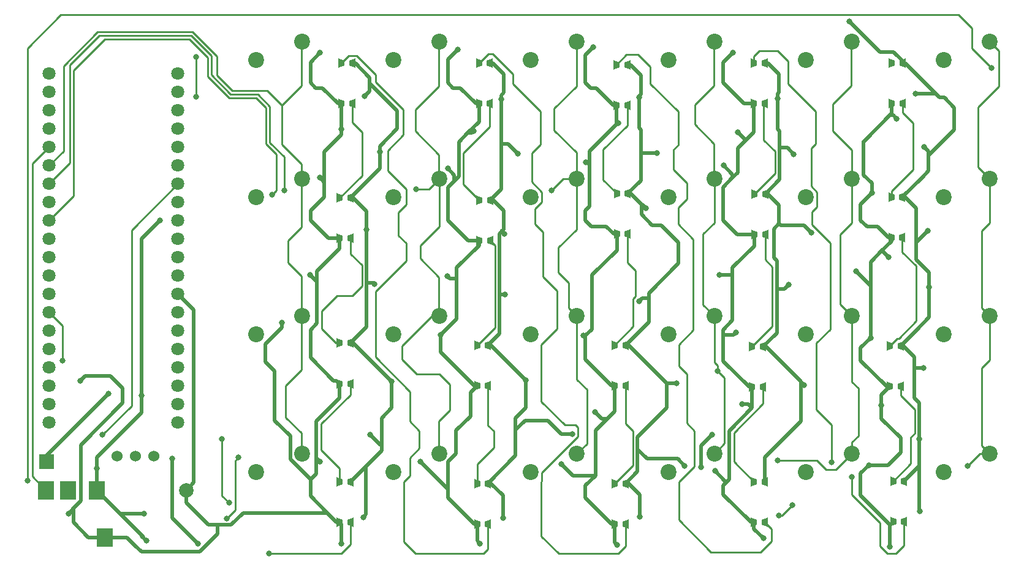
<source format=gtl>
G04 #@! TF.GenerationSoftware,KiCad,Pcbnew,(6.0.2)*
G04 #@! TF.CreationDate,2022-03-10T07:57:25+09:00*
G04 #@! TF.ProjectId,kidoairaku,6b69646f-6169-4726-916b-752e6b696361,rev?*
G04 #@! TF.SameCoordinates,Original*
G04 #@! TF.FileFunction,Copper,L1,Top*
G04 #@! TF.FilePolarity,Positive*
%FSLAX46Y46*%
G04 Gerber Fmt 4.6, Leading zero omitted, Abs format (unit mm)*
G04 Created by KiCad (PCBNEW (6.0.2)) date 2022-03-10 07:57:25*
%MOMM*%
%LPD*%
G01*
G04 APERTURE LIST*
G04 Aperture macros list*
%AMOutline4P*
0 Free polygon, 4 corners , with rotation*
0 The origin of the aperture is its center*
0 number of corners: always 4*
0 $1 to $8 corner X, Y*
0 $9 Rotation angle, in degrees counterclockwise*
0 create outline with 4 corners*
4,1,4,$1,$2,$3,$4,$5,$6,$7,$8,$1,$2,$9*%
G04 Aperture macros list end*
G04 #@! TA.AperFunction,ComponentPad*
%ADD10R,2.000000X2.000000*%
G04 #@! TD*
G04 #@! TA.AperFunction,ComponentPad*
%ADD11C,2.000000*%
G04 #@! TD*
G04 #@! TA.AperFunction,ComponentPad*
%ADD12C,2.200000*%
G04 #@! TD*
G04 #@! TA.AperFunction,SMDPad,CuDef*
%ADD13Outline4P,-0.650000X-0.410000X0.650000X-0.410000X0.350000X0.410000X-0.350000X0.410000X270.000000*%
G04 #@! TD*
G04 #@! TA.AperFunction,SMDPad,CuDef*
%ADD14Outline4P,-0.350000X-0.410000X0.350000X-0.410000X0.650000X0.410000X-0.650000X0.410000X270.000000*%
G04 #@! TD*
G04 #@! TA.AperFunction,ComponentPad*
%ADD15C,1.800000*%
G04 #@! TD*
G04 #@! TA.AperFunction,SMDPad,CuDef*
%ADD16R,2.200000X2.500000*%
G04 #@! TD*
G04 #@! TA.AperFunction,ComponentPad*
%ADD17C,1.524000*%
G04 #@! TD*
G04 #@! TA.AperFunction,ViaPad*
%ADD18C,0.800000*%
G04 #@! TD*
G04 #@! TA.AperFunction,Conductor*
%ADD19C,0.500000*%
G04 #@! TD*
G04 #@! TA.AperFunction,Conductor*
%ADD20C,0.254000*%
G04 #@! TD*
G04 APERTURE END LIST*
D10*
G04 #@! TO.P,J51,1,Pin_1*
G04 #@! TO.N,Net-(D51-Pad2)*
X62250000Y-143250000D03*
G04 #@! TD*
D11*
G04 #@! TO.P,J52,1,Pin_1*
G04 #@! TO.N,GND*
X81534000Y-147250000D03*
G04 #@! TD*
D12*
G04 #@! TO.P,SW1,1,1*
G04 #@! TO.N,col1*
X97540000Y-85170000D03*
G04 #@! TO.P,SW1,2,2*
G04 #@! TO.N,Net-(D1-Pad2)*
X91190000Y-87710000D03*
G04 #@! TD*
G04 #@! TO.P,SW2,1,1*
G04 #@! TO.N,col2*
X116540000Y-85170000D03*
G04 #@! TO.P,SW2,2,2*
G04 #@! TO.N,Net-(D2-Pad2)*
X110190000Y-87710000D03*
G04 #@! TD*
G04 #@! TO.P,SW3,1,1*
G04 #@! TO.N,col3*
X135540000Y-85170000D03*
G04 #@! TO.P,SW3,2,2*
G04 #@! TO.N,Net-(D3-Pad2)*
X129190000Y-87710000D03*
G04 #@! TD*
G04 #@! TO.P,SW4,1,1*
G04 #@! TO.N,col4*
X154540000Y-85170000D03*
G04 #@! TO.P,SW4,2,2*
G04 #@! TO.N,Net-(D4-Pad2)*
X148190000Y-87710000D03*
G04 #@! TD*
G04 #@! TO.P,SW5,1,1*
G04 #@! TO.N,col5*
X173540000Y-85170000D03*
G04 #@! TO.P,SW5,2,2*
G04 #@! TO.N,Net-(D5-Pad2)*
X167190000Y-87710000D03*
G04 #@! TD*
G04 #@! TO.P,SW6,1,1*
G04 #@! TO.N,col6*
X192540000Y-85170000D03*
G04 #@! TO.P,SW6,2,2*
G04 #@! TO.N,Net-(D6-Pad2)*
X186190000Y-87710000D03*
G04 #@! TD*
G04 #@! TO.P,SW11,1,1*
G04 #@! TO.N,col1*
X97540000Y-104170000D03*
G04 #@! TO.P,SW11,2,2*
G04 #@! TO.N,Net-(D11-Pad2)*
X91190000Y-106710000D03*
G04 #@! TD*
G04 #@! TO.P,SW12,1,1*
G04 #@! TO.N,col2*
X116540000Y-104170000D03*
G04 #@! TO.P,SW12,2,2*
G04 #@! TO.N,Net-(D12-Pad2)*
X110190000Y-106710000D03*
G04 #@! TD*
G04 #@! TO.P,SW13,1,1*
G04 #@! TO.N,col3*
X135540000Y-104170000D03*
G04 #@! TO.P,SW13,2,2*
G04 #@! TO.N,Net-(D13-Pad2)*
X129190000Y-106710000D03*
G04 #@! TD*
G04 #@! TO.P,SW14,1,1*
G04 #@! TO.N,col4*
X154540000Y-104170000D03*
G04 #@! TO.P,SW14,2,2*
G04 #@! TO.N,Net-(D14-Pad2)*
X148190000Y-106710000D03*
G04 #@! TD*
G04 #@! TO.P,SW15,1,1*
G04 #@! TO.N,col5*
X173540000Y-104170000D03*
G04 #@! TO.P,SW15,2,2*
G04 #@! TO.N,Net-(D15-Pad2)*
X167190000Y-106710000D03*
G04 #@! TD*
G04 #@! TO.P,SW16,1,1*
G04 #@! TO.N,col6*
X192540000Y-104170000D03*
G04 #@! TO.P,SW16,2,2*
G04 #@! TO.N,Net-(D16-Pad2)*
X186190000Y-106710000D03*
G04 #@! TD*
G04 #@! TO.P,SW21,1,1*
G04 #@! TO.N,col1*
X97540000Y-123170000D03*
G04 #@! TO.P,SW21,2,2*
G04 #@! TO.N,Net-(D21-Pad2)*
X91190000Y-125710000D03*
G04 #@! TD*
G04 #@! TO.P,SW22,1,1*
G04 #@! TO.N,col2*
X116540000Y-123170000D03*
G04 #@! TO.P,SW22,2,2*
G04 #@! TO.N,Net-(D22-Pad2)*
X110190000Y-125710000D03*
G04 #@! TD*
G04 #@! TO.P,SW23,1,1*
G04 #@! TO.N,col3*
X135540000Y-123170000D03*
G04 #@! TO.P,SW23,2,2*
G04 #@! TO.N,Net-(D23-Pad2)*
X129190000Y-125710000D03*
G04 #@! TD*
G04 #@! TO.P,SW24,1,1*
G04 #@! TO.N,col4*
X154540000Y-123170000D03*
G04 #@! TO.P,SW24,2,2*
G04 #@! TO.N,Net-(D24-Pad2)*
X148190000Y-125710000D03*
G04 #@! TD*
G04 #@! TO.P,SW25,1,1*
G04 #@! TO.N,col5*
X173540000Y-123170000D03*
G04 #@! TO.P,SW25,2,2*
G04 #@! TO.N,Net-(D25-Pad2)*
X167190000Y-125710000D03*
G04 #@! TD*
G04 #@! TO.P,SW26,1,1*
G04 #@! TO.N,col6*
X192540000Y-123170000D03*
G04 #@! TO.P,SW26,2,2*
G04 #@! TO.N,Net-(D26-Pad2)*
X186190000Y-125710000D03*
G04 #@! TD*
G04 #@! TO.P,SW31,1,1*
G04 #@! TO.N,col1*
X97540000Y-142170000D03*
G04 #@! TO.P,SW31,2,2*
G04 #@! TO.N,Net-(D31-Pad2)*
X91190000Y-144710000D03*
G04 #@! TD*
G04 #@! TO.P,SW32,1,1*
G04 #@! TO.N,col2*
X116540000Y-142170000D03*
G04 #@! TO.P,SW32,2,2*
G04 #@! TO.N,Net-(D32-Pad2)*
X110190000Y-144710000D03*
G04 #@! TD*
G04 #@! TO.P,SW33,1,1*
G04 #@! TO.N,col3*
X135540000Y-142170000D03*
G04 #@! TO.P,SW33,2,2*
G04 #@! TO.N,Net-(D33-Pad2)*
X129190000Y-144710000D03*
G04 #@! TD*
G04 #@! TO.P,SW34,1,1*
G04 #@! TO.N,col4*
X154540000Y-142170000D03*
G04 #@! TO.P,SW34,2,2*
G04 #@! TO.N,Net-(D34-Pad2)*
X148190000Y-144710000D03*
G04 #@! TD*
G04 #@! TO.P,SW35,1,1*
G04 #@! TO.N,col5*
X173540000Y-142170000D03*
G04 #@! TO.P,SW35,2,2*
G04 #@! TO.N,Net-(D35-Pad2)*
X167190000Y-144710000D03*
G04 #@! TD*
G04 #@! TO.P,SW36,1,1*
G04 #@! TO.N,col6*
X192540000Y-142170000D03*
G04 #@! TO.P,SW36,2,2*
G04 #@! TO.N,Net-(D36-Pad2)*
X186190000Y-144710000D03*
G04 #@! TD*
D13*
G04 #@! TO.P,D193,1,DOUT*
G04 #@! TO.N,Net-(D193-Pad1)*
X102750000Y-146100000D03*
G04 #@! TO.P,D193,2,VSS*
G04 #@! TO.N,GND*
X102750000Y-151700000D03*
D14*
G04 #@! TO.P,D193,3,DIN*
G04 #@! TO.N,Net-(D192-Pad1)*
X104250000Y-151700000D03*
G04 #@! TO.P,D193,4,VDD*
G04 #@! TO.N,VDD*
X104250000Y-146100000D03*
G04 #@! TD*
D13*
G04 #@! TO.P,D194,1,DOUT*
G04 #@! TO.N,Net-(D194-Pad1)*
X102750000Y-126900000D03*
G04 #@! TO.P,D194,2,VSS*
G04 #@! TO.N,GND*
X102750000Y-132500000D03*
D14*
G04 #@! TO.P,D194,3,DIN*
G04 #@! TO.N,Net-(D193-Pad1)*
X104250000Y-132500000D03*
G04 #@! TO.P,D194,4,VDD*
G04 #@! TO.N,VDD*
X104250000Y-126900000D03*
G04 #@! TD*
D13*
G04 #@! TO.P,D195,1,DOUT*
G04 #@! TO.N,Net-(D195-Pad1)*
X102750000Y-106800000D03*
G04 #@! TO.P,D195,2,VSS*
G04 #@! TO.N,GND*
X102750000Y-112400000D03*
D14*
G04 #@! TO.P,D195,3,DIN*
G04 #@! TO.N,Net-(D194-Pad1)*
X104250000Y-112400000D03*
G04 #@! TO.P,D195,4,VDD*
G04 #@! TO.N,VDD*
X104250000Y-106800000D03*
G04 #@! TD*
D13*
G04 #@! TO.P,D196,1,DOUT*
G04 #@! TO.N,Net-(D196-Pad1)*
X103000000Y-88200000D03*
G04 #@! TO.P,D196,2,VSS*
G04 #@! TO.N,GND*
X103000000Y-93800000D03*
D14*
G04 #@! TO.P,D196,3,DIN*
G04 #@! TO.N,Net-(D195-Pad1)*
X104500000Y-93800000D03*
G04 #@! TO.P,D196,4,VDD*
G04 #@! TO.N,VDD*
X104500000Y-88200000D03*
G04 #@! TD*
D13*
G04 #@! TO.P,D197,1,DOUT*
G04 #@! TO.N,Net-(D197-Pad1)*
X121750000Y-146300000D03*
G04 #@! TO.P,D197,2,VSS*
G04 #@! TO.N,GND*
X121750000Y-151900000D03*
D14*
G04 #@! TO.P,D197,3,DIN*
G04 #@! TO.N,Net-(D196-Pad1)*
X123250000Y-151900000D03*
G04 #@! TO.P,D197,4,VDD*
G04 #@! TO.N,VDD*
X123250000Y-146300000D03*
G04 #@! TD*
D13*
G04 #@! TO.P,D198,1,DOUT*
G04 #@! TO.N,Net-(D198-Pad1)*
X121750000Y-127200000D03*
G04 #@! TO.P,D198,2,VSS*
G04 #@! TO.N,GND*
X121750000Y-132800000D03*
D14*
G04 #@! TO.P,D198,3,DIN*
G04 #@! TO.N,Net-(D197-Pad1)*
X123250000Y-132800000D03*
G04 #@! TO.P,D198,4,VDD*
G04 #@! TO.N,VDD*
X123250000Y-127200000D03*
G04 #@! TD*
D13*
G04 #@! TO.P,D199,1,DOUT*
G04 #@! TO.N,Net-(D199-Pad1)*
X122050000Y-107100000D03*
G04 #@! TO.P,D199,2,VSS*
G04 #@! TO.N,GND*
X122050000Y-112700000D03*
D14*
G04 #@! TO.P,D199,3,DIN*
G04 #@! TO.N,Net-(D198-Pad1)*
X123550000Y-112700000D03*
G04 #@! TO.P,D199,4,VDD*
G04 #@! TO.N,VDD*
X123550000Y-107100000D03*
G04 #@! TD*
D13*
G04 #@! TO.P,D200,1,DOUT*
G04 #@! TO.N,Net-(D200-Pad1)*
X122000000Y-88200000D03*
G04 #@! TO.P,D200,2,VSS*
G04 #@! TO.N,GND*
X122000000Y-93800000D03*
D14*
G04 #@! TO.P,D200,3,DIN*
G04 #@! TO.N,Net-(D199-Pad1)*
X123500000Y-93800000D03*
G04 #@! TO.P,D200,4,VDD*
G04 #@! TO.N,VDD*
X123500000Y-88200000D03*
G04 #@! TD*
D13*
G04 #@! TO.P,D201,1,DOUT*
G04 #@! TO.N,Net-(D201-Pad1)*
X140750000Y-146300000D03*
G04 #@! TO.P,D201,2,VSS*
G04 #@! TO.N,GND*
X140750000Y-151900000D03*
D14*
G04 #@! TO.P,D201,3,DIN*
G04 #@! TO.N,Net-(D200-Pad1)*
X142250000Y-151900000D03*
G04 #@! TO.P,D201,4,VDD*
G04 #@! TO.N,VDD*
X142250000Y-146300000D03*
G04 #@! TD*
D13*
G04 #@! TO.P,D202,1,DOUT*
G04 #@! TO.N,Net-(D202-Pad1)*
X140750000Y-127200000D03*
G04 #@! TO.P,D202,2,VSS*
G04 #@! TO.N,GND*
X140750000Y-132800000D03*
D14*
G04 #@! TO.P,D202,3,DIN*
G04 #@! TO.N,Net-(D201-Pad1)*
X142250000Y-132800000D03*
G04 #@! TO.P,D202,4,VDD*
G04 #@! TO.N,VDD*
X142250000Y-127200000D03*
G04 #@! TD*
D13*
G04 #@! TO.P,D203,1,DOUT*
G04 #@! TO.N,Net-(D203-Pad1)*
X141050000Y-106200000D03*
G04 #@! TO.P,D203,2,VSS*
G04 #@! TO.N,GND*
X141050000Y-111800000D03*
D14*
G04 #@! TO.P,D203,3,DIN*
G04 #@! TO.N,Net-(D202-Pad1)*
X142550000Y-111800000D03*
G04 #@! TO.P,D203,4,VDD*
G04 #@! TO.N,VDD*
X142550000Y-106200000D03*
G04 #@! TD*
D13*
G04 #@! TO.P,D204,1,DOUT*
G04 #@! TO.N,Net-(D204-Pad1)*
X141000000Y-88400000D03*
G04 #@! TO.P,D204,2,VSS*
G04 #@! TO.N,GND*
X141000000Y-94000000D03*
D14*
G04 #@! TO.P,D204,3,DIN*
G04 #@! TO.N,Net-(D203-Pad1)*
X142500000Y-94000000D03*
G04 #@! TO.P,D204,4,VDD*
G04 #@! TO.N,VDD*
X142500000Y-88400000D03*
G04 #@! TD*
D13*
G04 #@! TO.P,D205,1,DOUT*
G04 #@! TO.N,Net-(D205-Pad1)*
X160000000Y-146100000D03*
G04 #@! TO.P,D205,2,VSS*
G04 #@! TO.N,GND*
X160000000Y-151700000D03*
D14*
G04 #@! TO.P,D205,3,DIN*
G04 #@! TO.N,Net-(D204-Pad1)*
X161500000Y-151700000D03*
G04 #@! TO.P,D205,4,VDD*
G04 #@! TO.N,VDD*
X161500000Y-146100000D03*
G04 #@! TD*
D13*
G04 #@! TO.P,D206,1,DOUT*
G04 #@! TO.N,Net-(D206-Pad1)*
X159750000Y-127400000D03*
G04 #@! TO.P,D206,2,VSS*
G04 #@! TO.N,GND*
X159750000Y-133000000D03*
D14*
G04 #@! TO.P,D206,3,DIN*
G04 #@! TO.N,Net-(D205-Pad1)*
X161250000Y-133000000D03*
G04 #@! TO.P,D206,4,VDD*
G04 #@! TO.N,VDD*
X161250000Y-127400000D03*
G04 #@! TD*
D13*
G04 #@! TO.P,D207,1,DOUT*
G04 #@! TO.N,Net-(D207-Pad1)*
X160050000Y-106300000D03*
G04 #@! TO.P,D207,2,VSS*
G04 #@! TO.N,GND*
X160050000Y-111900000D03*
D14*
G04 #@! TO.P,D207,3,DIN*
G04 #@! TO.N,Net-(D206-Pad1)*
X161550000Y-111900000D03*
G04 #@! TO.P,D207,4,VDD*
G04 #@! TO.N,VDD*
X161550000Y-106300000D03*
G04 #@! TD*
D13*
G04 #@! TO.P,D208,1,DOUT*
G04 #@! TO.N,Net-(D208-Pad1)*
X160000000Y-88200000D03*
G04 #@! TO.P,D208,2,VSS*
G04 #@! TO.N,GND*
X160000000Y-93800000D03*
D14*
G04 #@! TO.P,D208,3,DIN*
G04 #@! TO.N,Net-(D207-Pad1)*
X161500000Y-93800000D03*
G04 #@! TO.P,D208,4,VDD*
G04 #@! TO.N,VDD*
X161500000Y-88200000D03*
G04 #@! TD*
D13*
G04 #@! TO.P,D209,1,DOUT*
G04 #@! TO.N,Net-(D209-Pad1)*
X179250000Y-146000000D03*
G04 #@! TO.P,D209,2,VSS*
G04 #@! TO.N,GND*
X179250000Y-151600000D03*
D14*
G04 #@! TO.P,D209,3,DIN*
G04 #@! TO.N,Net-(D208-Pad1)*
X180750000Y-151600000D03*
G04 #@! TO.P,D209,4,VDD*
G04 #@! TO.N,VDD*
X180750000Y-146000000D03*
G04 #@! TD*
D13*
G04 #@! TO.P,D210,1,DOUT*
G04 #@! TO.N,Net-(D210-Pad1)*
X178750000Y-127300000D03*
G04 #@! TO.P,D210,2,VSS*
G04 #@! TO.N,GND*
X178750000Y-132900000D03*
D14*
G04 #@! TO.P,D210,3,DIN*
G04 #@! TO.N,Net-(D209-Pad1)*
X180250000Y-132900000D03*
G04 #@! TO.P,D210,4,VDD*
G04 #@! TO.N,VDD*
X180250000Y-127300000D03*
G04 #@! TD*
D13*
G04 #@! TO.P,D211,1,DOUT*
G04 #@! TO.N,Net-(D211-Pad1)*
X179000000Y-106700000D03*
G04 #@! TO.P,D211,2,VSS*
G04 #@! TO.N,GND*
X179000000Y-112300000D03*
D14*
G04 #@! TO.P,D211,3,DIN*
G04 #@! TO.N,Net-(D210-Pad1)*
X180500000Y-112300000D03*
G04 #@! TO.P,D211,4,VDD*
G04 #@! TO.N,VDD*
X180500000Y-106700000D03*
G04 #@! TD*
D13*
G04 #@! TO.P,D212,1,DOUT*
G04 #@! TO.N,unconnected-(D212-Pad1)*
X179050000Y-88200000D03*
G04 #@! TO.P,D212,2,VSS*
G04 #@! TO.N,GND*
X179050000Y-93800000D03*
D14*
G04 #@! TO.P,D212,3,DIN*
G04 #@! TO.N,Net-(D211-Pad1)*
X180550000Y-93800000D03*
G04 #@! TO.P,D212,4,VDD*
G04 #@! TO.N,VDD*
X180550000Y-88200000D03*
G04 #@! TD*
D15*
G04 #@! TO.P,U1,1*
G04 #@! TO.N,N/C*
X62610000Y-89620000D03*
G04 #@! TO.P,U1,2*
X62610000Y-92160000D03*
G04 #@! TO.P,U1,3*
X62610000Y-94700000D03*
G04 #@! TO.P,U1,4,GP2/P0.31*
G04 #@! TO.N,row4*
X62610000Y-97240000D03*
G04 #@! TO.P,U1,5,GP3/P0.11*
G04 #@! TO.N,/SERIAL*
X62610000Y-99780000D03*
G04 #@! TO.P,U1,6,GP4/P0.30*
G04 #@! TO.N,col1*
X62610000Y-102320000D03*
G04 #@! TO.P,U1,7,GP5/P0.19*
G04 #@! TO.N,col2*
X62610000Y-104860000D03*
G04 #@! TO.P,U1,8*
G04 #@! TO.N,N/C*
X62610000Y-107400000D03*
G04 #@! TO.P,U1,9,GP6/P0.23*
G04 #@! TO.N,col3*
X62610000Y-109940000D03*
G04 #@! TO.P,U1,10,GP7/P0.28*
G04 #@! TO.N,col4*
X62610000Y-112480000D03*
G04 #@! TO.P,U1,11,GP8/P0.09*
G04 #@! TO.N,col5*
X62610000Y-115020000D03*
G04 #@! TO.P,U1,12,GP9/P0.12*
G04 #@! TO.N,col6*
X62610000Y-117560000D03*
G04 #@! TO.P,U1,13*
G04 #@! TO.N,N/C*
X62610000Y-120100000D03*
G04 #@! TO.P,U1,14,GP10/P0.14*
G04 #@! TO.N,NEOPIXEL_EN*
X62610000Y-122640000D03*
G04 #@! TO.P,U1,15,GP11/P0.26*
G04 #@! TO.N,NEOPIXEL*
X62610000Y-125180000D03*
G04 #@! TO.P,U1,16*
G04 #@! TO.N,N/C*
X62610000Y-127720000D03*
G04 #@! TO.P,U1,17*
X62610000Y-130260000D03*
G04 #@! TO.P,U1,18*
X62610000Y-132800000D03*
G04 #@! TO.P,U1,19*
X62610000Y-135340000D03*
G04 #@! TO.P,U1,20*
X62610000Y-137880000D03*
G04 #@! TO.P,U1,21*
X80390000Y-137880000D03*
G04 #@! TO.P,U1,22*
X80390000Y-135340000D03*
G04 #@! TO.P,U1,23*
X80390000Y-132800000D03*
G04 #@! TO.P,U1,24*
X80390000Y-130260000D03*
G04 #@! TO.P,U1,25*
X80390000Y-127720000D03*
G04 #@! TO.P,U1,26*
X80390000Y-125180000D03*
G04 #@! TO.P,U1,27*
X80390000Y-122640000D03*
G04 #@! TO.P,U1,28,GND*
G04 #@! TO.N,GND*
X80390000Y-120100000D03*
G04 #@! TO.P,U1,29,GP22/P0.17*
G04 #@! TO.N,row3*
X80390000Y-117560000D03*
G04 #@! TO.P,U1,30*
G04 #@! TO.N,N/C*
X80390000Y-115020000D03*
G04 #@! TO.P,U1,31,GP26/P0.08*
G04 #@! TO.N,row2*
X80390000Y-112480000D03*
G04 #@! TO.P,U1,32,GP27/P0.07*
G04 #@! TO.N,row1*
X80390000Y-109940000D03*
G04 #@! TO.P,U1,33*
G04 #@! TO.N,N/C*
X80390000Y-107400000D03*
G04 #@! TO.P,U1,34,GP28/P0.04(ADC)*
G04 #@! TO.N,/VDIV*
X80390000Y-104860000D03*
G04 #@! TO.P,U1,35*
G04 #@! TO.N,N/C*
X80390000Y-102320000D03*
G04 #@! TO.P,U1,36*
X80390000Y-99780000D03*
G04 #@! TO.P,U1,37*
X80390000Y-97240000D03*
G04 #@! TO.P,U1,38*
X80390000Y-94700000D03*
G04 #@! TO.P,U1,39*
X80390000Y-92160000D03*
G04 #@! TO.P,U1,40,5V*
G04 #@! TO.N,+5V*
X80390000Y-89620000D03*
G04 #@! TD*
D16*
G04 #@! TO.P,J1,A,GND*
G04 #@! TO.N,GND*
X70300000Y-153750000D03*
G04 #@! TO.P,J1,B,SDA*
G04 #@! TO.N,/SERIAL*
X62200000Y-147250000D03*
G04 #@! TO.P,J1,C,SCL*
G04 #@! TO.N,unconnected-(J1-PadC)*
X65200000Y-147250000D03*
G04 #@! TO.P,J1,D,3V3*
G04 #@! TO.N,+5V*
X69200000Y-147250000D03*
G04 #@! TD*
D17*
G04 #@! TO.P,SW51,1,A*
G04 #@! TO.N,unconnected-(SW51-Pad1)*
X71960000Y-142500000D03*
G04 #@! TO.P,SW51,2,B*
G04 #@! TO.N,NEOPIXEL*
X74500000Y-142500000D03*
G04 #@! TO.P,SW51,3,C*
G04 #@! TO.N,Net-(D99-Pad3)*
X77040000Y-142500000D03*
G04 #@! TD*
D18*
G04 #@! TO.N,GND*
X154600000Y-144600000D03*
X174100000Y-117000000D03*
X155200000Y-117500000D03*
X117725000Y-102775000D03*
X157500000Y-125450000D03*
X175874001Y-143774001D03*
X117600000Y-117600000D03*
X94800000Y-124100000D03*
X98700000Y-117450000D03*
X155800000Y-102300000D03*
X65300000Y-150450000D03*
X176100000Y-126150000D03*
X178600000Y-115050000D03*
X100000000Y-104000000D03*
X122150000Y-154600000D03*
X133400000Y-143650000D03*
X136420021Y-125879979D03*
X103000000Y-97350000D03*
X119100000Y-86300000D03*
X178800000Y-155100000D03*
X103000000Y-154650000D03*
X138000000Y-136400000D03*
X179700000Y-95850000D03*
X141300000Y-96450000D03*
X158400000Y-135350000D03*
X66900000Y-132100000D03*
X137825999Y-86000000D03*
X141075000Y-154775000D03*
X136800000Y-101900000D03*
X161300000Y-153900000D03*
X176300000Y-106150000D03*
X100000000Y-143250000D03*
X121300000Y-97600000D03*
X157075999Y-86774001D03*
X157800000Y-97750000D03*
X113900000Y-143300000D03*
X100025999Y-86774001D03*
X177600000Y-135500000D03*
X116700000Y-125800000D03*
G04 #@! TO.N,+5V*
X75750000Y-150500000D03*
X69200000Y-144200000D03*
X75350000Y-134150000D03*
X76025000Y-154225000D03*
X77900000Y-109950000D03*
G04 #@! TO.N,row1*
X82900000Y-87300000D03*
X82900000Y-92800000D03*
G04 #@! TO.N,row4*
X87500000Y-149000000D03*
X86500000Y-140200000D03*
G04 #@! TO.N,Net-(D51-Pad2)*
X70800000Y-133900000D03*
G04 #@! TO.N,NEOPIXEL_EN*
X64500000Y-129300000D03*
G04 #@! TO.N,/VDIV*
X70000000Y-139600000D03*
G04 #@! TO.N,col2*
X95100000Y-105800000D03*
X113300000Y-105600000D03*
G04 #@! TO.N,col3*
X132000000Y-105800000D03*
X93400000Y-106400000D03*
G04 #@! TO.N,col4*
X155000000Y-130750000D03*
G04 #@! TO.N,col5*
X163300000Y-143100000D03*
G04 #@! TO.N,col6*
X189500000Y-143900000D03*
G04 #@! TO.N,Net-(D180-Pad1)*
X88800000Y-142700000D03*
X163400000Y-150700000D03*
X87150000Y-151150000D03*
X165300000Y-149262001D03*
G04 #@! TO.N,Net-(D192-Pad1)*
X93000000Y-156000000D03*
G04 #@! TO.N,Net-(D208-Pad1)*
X170700000Y-143400000D03*
X173500000Y-145400000D03*
G04 #@! TO.N,/NeoPixel/NeoPixel*
X59600000Y-145900000D03*
X192800000Y-88850000D03*
G04 #@! TO.N,VDD*
X154200000Y-139550000D03*
X166900000Y-132700000D03*
X107600000Y-118700000D03*
X79600000Y-142850000D03*
X106000000Y-151000000D03*
X182900000Y-150150000D03*
X145100000Y-108250000D03*
X144100000Y-121100000D03*
X184000000Y-111350000D03*
X144200000Y-150900000D03*
X182345999Y-92381923D03*
X106462011Y-111237989D03*
X109954001Y-132226079D03*
X125500000Y-111800000D03*
X165500000Y-100750000D03*
X149300000Y-132450000D03*
X125600000Y-120200000D03*
X163300000Y-93100000D03*
X107000000Y-139600000D03*
X150400000Y-143850000D03*
X184200000Y-119150000D03*
X173200000Y-82450000D03*
X125054001Y-93154001D03*
X182852849Y-140152821D03*
X167900000Y-111600000D03*
X164800000Y-118800000D03*
X144100000Y-92950000D03*
X128454001Y-131994001D03*
X106200000Y-92750000D03*
X127400000Y-100700000D03*
X183500000Y-99750000D03*
X125300000Y-151050000D03*
X146600000Y-100600000D03*
X108300000Y-100450000D03*
X83200000Y-154650000D03*
X134900000Y-139500000D03*
X152700000Y-144050000D03*
X183400000Y-130300000D03*
G04 #@! TD*
D19*
G04 #@! TO.N,GND*
X137300000Y-108026078D02*
X136725999Y-108600079D01*
X157000000Y-117500000D02*
X157045999Y-117454001D01*
X160000000Y-97700000D02*
X160000000Y-93800000D01*
X156587989Y-139019629D02*
X156587989Y-145738089D01*
X176100000Y-119000000D02*
X174100000Y-117000000D01*
X99500000Y-142250000D02*
X99500000Y-144951998D01*
X118945999Y-123554001D02*
X118945999Y-117945999D01*
X99500000Y-142250000D02*
X99500000Y-142750000D01*
X98725999Y-145725999D02*
X97300000Y-144300000D01*
X103000000Y-96500000D02*
X103000000Y-98072078D01*
X102750000Y-113827922D02*
X102750000Y-112400000D01*
X98725999Y-90899921D02*
X98725999Y-88074001D01*
X102340000Y-132090000D02*
X101916078Y-132090000D01*
X138095999Y-138976079D02*
X138095999Y-145230079D01*
X93798079Y-137593999D02*
X93798079Y-130754001D01*
X136725999Y-109899921D02*
X137572077Y-110745999D01*
X103000000Y-154650000D02*
X103000000Y-151950000D01*
X121340000Y-132800000D02*
X121750000Y-132800000D01*
X159750000Y-133000000D02*
X159750000Y-135857618D01*
X99637989Y-124162011D02*
X99637989Y-118587989D01*
X137300000Y-100327922D02*
X137300000Y-102100000D01*
X98700000Y-117450000D02*
X99637989Y-118387989D01*
X159340000Y-133000000D02*
X155725999Y-129385999D01*
X119394001Y-91604001D02*
X118430079Y-91604001D01*
X121036039Y-97863961D02*
X121300000Y-97600000D01*
X117725999Y-87674001D02*
X119100000Y-86300000D01*
X117725999Y-105357923D02*
X118591961Y-104491961D01*
X160000000Y-152600000D02*
X161300000Y-153900000D01*
X179250000Y-95400000D02*
X179050000Y-95400000D01*
X101226078Y-112400000D02*
X102750000Y-112400000D01*
X99500000Y-142750000D02*
X100000000Y-143250000D01*
X120526078Y-112700000D02*
X117725999Y-109899921D01*
X98725999Y-148053921D02*
X98725999Y-146475999D01*
X141122078Y-96627922D02*
X141300000Y-96450000D01*
X159750000Y-135857618D02*
X156587989Y-139019629D01*
X175173921Y-99004001D02*
X179050000Y-95127922D01*
X118945999Y-116481923D02*
X122050000Y-113377922D01*
X157726078Y-111900000D02*
X155725999Y-109899921D01*
X159242382Y-135350000D02*
X159750000Y-135857618D01*
X118845999Y-138976079D02*
X120822078Y-137000000D01*
X175145999Y-103645999D02*
X175145999Y-100181923D01*
X141000000Y-96627922D02*
X137300000Y-100327922D01*
X155725999Y-146600079D02*
X155725999Y-147835999D01*
X120822078Y-137000000D02*
X120822078Y-133727922D01*
X140340000Y-132800000D02*
X136725999Y-129185999D01*
X157745999Y-103337923D02*
X157745999Y-99954001D01*
X174725999Y-107724001D02*
X174725999Y-109899921D01*
X98725999Y-125074001D02*
X99637989Y-124162011D01*
X116700000Y-125800000D02*
X116700000Y-128160000D01*
X160050000Y-111900000D02*
X157726078Y-111900000D01*
X100000000Y-104000000D02*
X100645999Y-104645999D01*
X157041961Y-104041961D02*
X157745999Y-103337923D01*
X121590000Y-93800000D02*
X119394001Y-91604001D01*
X99500000Y-137727922D02*
X99500000Y-142250000D01*
X67000000Y-141000000D02*
X72800000Y-135200000D01*
X156013039Y-146313039D02*
X155725999Y-146600079D01*
X118591961Y-103641961D02*
X117725000Y-102775000D01*
X174725999Y-109899921D02*
X175599999Y-110773921D01*
X66007202Y-149700000D02*
X67000000Y-148707202D01*
X66007202Y-149700000D02*
X66007202Y-151707202D01*
X87768077Y-152054001D02*
X85904001Y-152054001D01*
X118591961Y-104491961D02*
X118591961Y-103641961D01*
X155200000Y-117500000D02*
X157000000Y-117500000D01*
X99637989Y-116939933D02*
X102750000Y-113827922D01*
X98725999Y-109899921D02*
X101226078Y-112400000D01*
X116700000Y-128160000D02*
X121340000Y-132800000D01*
X136725999Y-125874001D02*
X136425999Y-125874001D01*
X139736039Y-137336039D02*
X138095999Y-138976079D01*
X117725999Y-147125999D02*
X117725999Y-147975999D01*
X121750000Y-154200000D02*
X122150000Y-154600000D01*
X175599999Y-110773921D02*
X177095999Y-110773921D01*
X98725999Y-108600079D02*
X98725999Y-109899921D01*
X138194001Y-91604001D02*
X137430079Y-91604001D01*
X100645999Y-104645999D02*
X100645999Y-106680079D01*
X121750000Y-151900000D02*
X121750000Y-154200000D01*
X137637989Y-117489933D02*
X141050000Y-114077922D01*
X83400000Y-155750000D02*
X75350000Y-155750000D01*
X122050000Y-112700000D02*
X120526078Y-112700000D01*
X157745999Y-99954001D02*
X158925000Y-98775000D01*
X118945999Y-117945999D02*
X118945999Y-116481923D01*
X140640000Y-111800000D02*
X141050000Y-111800000D01*
X116700000Y-125800000D02*
X118945999Y-123554001D01*
X102340000Y-151700000D02*
X101040000Y-150400000D01*
X118430079Y-91604001D02*
X117725999Y-90899921D01*
X180250000Y-140003010D02*
X177600000Y-137353010D01*
X178800000Y-152050000D02*
X174725999Y-147975999D01*
X66007202Y-149742798D02*
X66007202Y-149700000D01*
X174725999Y-127524001D02*
X174725999Y-128024001D01*
X179000000Y-112800000D02*
X179000000Y-112300000D01*
X140340000Y-151900000D02*
X140750000Y-151900000D01*
X102590000Y-93800000D02*
X100394001Y-91604001D01*
X98725999Y-128899921D02*
X98725999Y-125074001D01*
X155725999Y-105357923D02*
X157041961Y-104041961D01*
X139736039Y-137336039D02*
X138936039Y-137336039D01*
X100363961Y-136863961D02*
X102750000Y-134477922D01*
X157045999Y-116481923D02*
X160050000Y-113477922D01*
X140590000Y-94000000D02*
X138194001Y-91604001D01*
X101916078Y-132090000D02*
X98725999Y-128899921D01*
X177525000Y-114275000D02*
X177825000Y-114275000D01*
X121750000Y-151900000D02*
X121340000Y-151900000D01*
X158825000Y-98775000D02*
X157800000Y-97750000D01*
X99430079Y-91604001D02*
X98725999Y-90899921D01*
X117725999Y-148285999D02*
X117725999Y-147975999D01*
X117725999Y-109899921D02*
X117725999Y-105357923D01*
X98725999Y-146475999D02*
X98725999Y-145725999D01*
X155725999Y-125775999D02*
X157174001Y-125775999D01*
X141000000Y-94000000D02*
X140590000Y-94000000D01*
X89422078Y-150400000D02*
X87768077Y-152054001D01*
X155725999Y-125775999D02*
X155725999Y-125074001D01*
X71100000Y-131400000D02*
X67600000Y-131400000D01*
X97300000Y-144300000D02*
X95935999Y-142935999D01*
X157041961Y-103541961D02*
X157041961Y-104041961D01*
X93798079Y-130754001D02*
X92495999Y-129451921D01*
X178472989Y-143774001D02*
X180250000Y-141996990D01*
X81534000Y-147250000D02*
X82600000Y-146184000D01*
X100645999Y-100426079D02*
X100645999Y-104645999D01*
X158400000Y-135350000D02*
X159242382Y-135350000D01*
X138095999Y-145230079D02*
X136725999Y-146600079D01*
X102750000Y-132500000D02*
X102340000Y-132090000D01*
X178750000Y-132900000D02*
X178340000Y-132900000D01*
X119237989Y-99089933D02*
X120463961Y-97863961D01*
X159590000Y-151700000D02*
X160000000Y-151700000D01*
X119237989Y-103845933D02*
X119237989Y-99089933D01*
X134980079Y-145230079D02*
X133400000Y-143650000D01*
X82600000Y-146184000D02*
X82600000Y-122310000D01*
X179700000Y-95850000D02*
X179250000Y-95400000D01*
X176300000Y-106150000D02*
X176300000Y-104800000D01*
X176100000Y-120400000D02*
X176100000Y-115700000D01*
X113900000Y-143300000D02*
X117725999Y-147125999D01*
X122000000Y-96327922D02*
X122000000Y-93800000D01*
X176100000Y-115700000D02*
X176400000Y-115400000D01*
X100394001Y-91604001D02*
X99430079Y-91604001D01*
X158925000Y-98775000D02*
X160000000Y-97700000D01*
X137430079Y-91604001D02*
X136725999Y-90899921D01*
X117725999Y-147975999D02*
X117725999Y-145974001D01*
X99637989Y-118587989D02*
X99637989Y-116939933D01*
X176100000Y-126150000D02*
X174725999Y-127524001D01*
X141000000Y-94000000D02*
X141000000Y-96627922D01*
X136425999Y-125874001D02*
X136420021Y-125879979D01*
X177600000Y-135500000D02*
X177600000Y-134050000D01*
X177095999Y-110773921D02*
X178622078Y-112300000D01*
X65300000Y-150450000D02*
X66007202Y-149742798D01*
X159750000Y-133000000D02*
X159340000Y-133000000D01*
X95935999Y-139731919D02*
X93798079Y-137593999D01*
X137300000Y-102100000D02*
X137300000Y-108026078D01*
X176400000Y-115400000D02*
X177525000Y-114275000D01*
X157045999Y-117454001D02*
X157045999Y-116481923D01*
X178340000Y-132900000D02*
X174725999Y-129285999D01*
X155725999Y-88124001D02*
X157075999Y-86774001D01*
X72800000Y-133100000D02*
X71100000Y-131400000D01*
X177600000Y-137353010D02*
X177600000Y-135500000D01*
X99500000Y-144951998D02*
X98725999Y-145725999D01*
X140750000Y-136322078D02*
X139736039Y-137336039D01*
X155800000Y-102300000D02*
X157041961Y-103541961D01*
X120463961Y-97863961D02*
X122000000Y-96327922D01*
X102750000Y-151700000D02*
X102340000Y-151700000D01*
X138936039Y-137336039D02*
X138000000Y-136400000D01*
X103000000Y-93800000D02*
X102590000Y-93800000D01*
X178800000Y-152050000D02*
X179250000Y-151600000D01*
X177600000Y-134050000D02*
X178750000Y-132900000D01*
X67000000Y-148707202D02*
X67000000Y-141000000D01*
X176100000Y-126150000D02*
X176100000Y-120400000D01*
X158925000Y-98775000D02*
X158825000Y-98775000D01*
X137000000Y-102100000D02*
X137300000Y-102100000D01*
X155725999Y-109899921D02*
X155725999Y-105357923D01*
X136725999Y-125874001D02*
X137637989Y-124962011D01*
X81534000Y-147250000D02*
X81534000Y-148984000D01*
X136725999Y-87100000D02*
X137825999Y-86000000D01*
X141050000Y-114077922D02*
X141050000Y-111800000D01*
X140750000Y-132800000D02*
X140340000Y-132800000D01*
X121340000Y-151900000D02*
X118820000Y-149380000D01*
X180250000Y-141996990D02*
X180250000Y-140003010D01*
X156013039Y-146013039D02*
X156013039Y-146313039D01*
X174725999Y-144922003D02*
X175874001Y-143774001D01*
X103000000Y-98072078D02*
X100645999Y-100426079D01*
X140750000Y-151900000D02*
X140750000Y-154450000D01*
X85904001Y-152054001D02*
X85904001Y-153245999D01*
X68050000Y-153750000D02*
X70300000Y-153750000D01*
X84604001Y-152054001D02*
X85904001Y-152054001D01*
X140750000Y-132800000D02*
X140750000Y-136322078D01*
X101040000Y-150400000D02*
X89422078Y-150400000D01*
X120822078Y-133727922D02*
X121750000Y-132800000D01*
X101040000Y-150367922D02*
X98725999Y-148053921D01*
X72800000Y-135200000D02*
X72800000Y-133100000D01*
X117945999Y-117945999D02*
X117600000Y-117600000D01*
X141000000Y-96627922D02*
X141122078Y-96627922D01*
X103000000Y-151950000D02*
X102750000Y-151700000D01*
X139585999Y-110745999D02*
X140640000Y-111800000D01*
X136725999Y-90899921D02*
X136725999Y-87100000D01*
X177525000Y-114275000D02*
X179000000Y-112800000D01*
X155725999Y-125074001D02*
X157045999Y-123754001D01*
X176300000Y-104800000D02*
X175145999Y-103645999D01*
X98725999Y-88074001D02*
X100025999Y-86774001D01*
X94800000Y-124744078D02*
X94800000Y-124100000D01*
X102750000Y-134477922D02*
X102750000Y-132500000D01*
X92495999Y-127048079D02*
X94800000Y-124744078D01*
X155725999Y-129385999D02*
X155725999Y-125775999D01*
X81534000Y-148984000D02*
X84604001Y-152054001D01*
X118591961Y-104491961D02*
X119237989Y-103845933D01*
X136800000Y-101900000D02*
X137000000Y-102100000D01*
X179050000Y-95400000D02*
X179050000Y-94290000D01*
X179050000Y-95127922D02*
X179050000Y-94290000D01*
X67600000Y-131400000D02*
X66900000Y-132100000D01*
X75350000Y-155750000D02*
X74449201Y-154849201D01*
X100363961Y-136863961D02*
X99500000Y-137727922D01*
X137572077Y-110745999D02*
X139585999Y-110745999D01*
X156587989Y-145738089D02*
X156013039Y-146313039D01*
X155725999Y-90899921D02*
X155725999Y-88124001D01*
X154600000Y-144600000D02*
X156013039Y-146013039D01*
X136725999Y-146600079D02*
X136725999Y-148285999D01*
X157174001Y-125775999D02*
X157500000Y-125450000D01*
X70300000Y-153750000D02*
X73350000Y-153750000D01*
X122050000Y-113377922D02*
X122050000Y-112700000D01*
X117725999Y-90899921D02*
X117725999Y-87674001D01*
X160000000Y-151700000D02*
X160000000Y-152600000D01*
X137637989Y-124962011D02*
X137637989Y-117489933D01*
X85904001Y-153245999D02*
X83400000Y-155750000D01*
X140750000Y-154450000D02*
X141075000Y-154775000D01*
X101040000Y-150400000D02*
X101040000Y-150367922D01*
X158626078Y-93800000D02*
X155725999Y-90899921D01*
X136725999Y-148285999D02*
X138220000Y-149780000D01*
X177825000Y-114275000D02*
X178600000Y-115050000D01*
X73350000Y-153750000D02*
X74449201Y-154849201D01*
X179050000Y-94290000D02*
X179050000Y-93800000D01*
X160050000Y-113477922D02*
X160050000Y-111900000D01*
X82600000Y-122310000D02*
X80390000Y-120100000D01*
X117725999Y-143274001D02*
X118845999Y-142154001D01*
X174725999Y-129285999D02*
X174725999Y-128024001D01*
X174725999Y-147975999D02*
X174725999Y-144922003D01*
X95935999Y-142935999D02*
X95935999Y-139731919D01*
X136725999Y-108600079D02*
X136725999Y-109899921D01*
X122000000Y-93800000D02*
X121590000Y-93800000D01*
X176100000Y-120400000D02*
X176100000Y-119000000D01*
X138220000Y-149780000D02*
X140340000Y-151900000D01*
X118845999Y-142154001D02*
X118845999Y-138976079D01*
X103000000Y-93800000D02*
X103000000Y-96500000D01*
X103000000Y-96500000D02*
X103000000Y-97350000D01*
X175145999Y-99004001D02*
X175173921Y-99004001D01*
X66007202Y-151707202D02*
X68050000Y-153750000D01*
X175874001Y-143774001D02*
X178472989Y-143774001D01*
X118945999Y-117945999D02*
X117945999Y-117945999D01*
X118820000Y-149380000D02*
X117725999Y-148285999D01*
X136725999Y-129185999D02*
X136725999Y-125874001D01*
X120463961Y-97863961D02*
X121036039Y-97863961D01*
X178800000Y-155100000D02*
X178800000Y-152050000D01*
X117725999Y-145974001D02*
X117725999Y-143274001D01*
X178622078Y-112300000D02*
X179000000Y-112300000D01*
X160000000Y-93800000D02*
X158626078Y-93800000D01*
X155725999Y-147835999D02*
X159590000Y-151700000D01*
X92495999Y-129451921D02*
X92495999Y-127048079D01*
X138095999Y-145230079D02*
X134980079Y-145230079D01*
X157045999Y-123754001D02*
X157045999Y-117454001D01*
X99637989Y-118387989D02*
X99637989Y-118587989D01*
X176300000Y-106150000D02*
X174725999Y-107724001D01*
X100645999Y-106680079D02*
X98725999Y-108600079D01*
X175145999Y-100181923D02*
X175145999Y-99004001D01*
G04 #@! TO.N,+5V*
X71850000Y-149900000D02*
X72450000Y-150500000D01*
X69200000Y-144200000D02*
X69200000Y-142700000D01*
X75350000Y-136550000D02*
X75350000Y-134150000D01*
X75400000Y-153450000D02*
X75400000Y-153600000D01*
X69200000Y-147250000D02*
X69200000Y-144200000D01*
X75400000Y-153450000D02*
X75650000Y-153700000D01*
X72450000Y-150500000D02*
X75750000Y-150500000D01*
X75350000Y-112500000D02*
X77900000Y-109950000D01*
X69200000Y-142700000D02*
X75350000Y-136550000D01*
X71850000Y-149900000D02*
X75400000Y-153450000D01*
X75350000Y-134150000D02*
X75350000Y-112500000D01*
X69200000Y-147250000D02*
X71850000Y-149900000D01*
X75400000Y-153600000D02*
X76025000Y-154225000D01*
D20*
G04 #@! TO.N,row1*
X82900000Y-92800000D02*
X82900000Y-87300000D01*
G04 #@! TO.N,row4*
X86500000Y-148000000D02*
X87500000Y-149000000D01*
X86500000Y-140200000D02*
X86500000Y-148000000D01*
D19*
G04 #@! TO.N,Net-(D51-Pad2)*
X62250000Y-143250000D02*
X62250000Y-142450000D01*
X62250000Y-142450000D02*
X70800000Y-133900000D01*
D20*
G04 #@! TO.N,NEOPIXEL_EN*
X64500000Y-124530000D02*
X62610000Y-122640000D01*
X64500000Y-129300000D02*
X64500000Y-124530000D01*
G04 #@! TO.N,/VDIV*
X80390000Y-104860000D02*
X74000000Y-111250000D01*
X74000000Y-111250000D02*
X74000000Y-135600000D01*
X74000000Y-135600000D02*
X70000000Y-139600000D01*
G04 #@! TO.N,col1*
X97468999Y-130631001D02*
X95300000Y-132800000D01*
X97468999Y-142098999D02*
X97540000Y-142170000D01*
X97468999Y-117668999D02*
X97468999Y-130631001D01*
X92779097Y-91952979D02*
X94800000Y-93973882D01*
X64600000Y-100330000D02*
X64600000Y-88600000D01*
X97468999Y-102118999D02*
X97468999Y-110831001D01*
X64600000Y-88600000D02*
X69316020Y-83883980D01*
X94800000Y-93973882D02*
X94800000Y-99450000D01*
X85800000Y-89863132D02*
X87889847Y-91952979D01*
X97468999Y-85241001D02*
X97468999Y-91304883D01*
X62610000Y-102320000D02*
X64600000Y-100330000D01*
X87889847Y-91952979D02*
X92779097Y-91952979D01*
X95600000Y-112700000D02*
X95600000Y-115800000D01*
X85800000Y-87233448D02*
X85800000Y-89863132D01*
X95600000Y-115800000D02*
X97468999Y-117668999D01*
X97468999Y-91304883D02*
X94800000Y-93973882D01*
X82450533Y-83883981D02*
X85800000Y-87233448D01*
X97540000Y-85170000D02*
X97468999Y-85241001D01*
X97468999Y-139331001D02*
X97468999Y-142098999D01*
X95300000Y-132800000D02*
X95300000Y-137162002D01*
X69316020Y-83883980D02*
X82450533Y-83883981D01*
X95300000Y-137162002D02*
X97468999Y-139331001D01*
X97468999Y-110831001D02*
X95600000Y-112700000D01*
X94800000Y-99450000D02*
X97468999Y-102118999D01*
G04 #@! TO.N,col2*
X116468999Y-137731001D02*
X116468999Y-142098999D01*
X116540000Y-123170000D02*
X116468999Y-123098999D01*
X116568999Y-131168999D02*
X113395117Y-131168999D01*
X113200000Y-94650000D02*
X113200000Y-97612002D01*
X93108010Y-99139576D02*
X95100000Y-101131566D01*
X116468999Y-123098999D02*
X116468999Y-117768999D01*
X113900000Y-113380000D02*
X116540000Y-110740000D01*
X91489011Y-92460989D02*
X87679423Y-92460989D01*
X115110000Y-105600000D02*
X116540000Y-104170000D01*
X116540000Y-85170000D02*
X116468999Y-85241001D01*
X111400000Y-127326118D02*
X115556118Y-123170000D01*
X116540000Y-110740000D02*
X116540000Y-104170000D01*
X91489011Y-92460989D02*
X91489011Y-92524695D01*
X116468999Y-100881001D02*
X116468999Y-104098999D01*
X111400000Y-129173882D02*
X111400000Y-127326118D01*
X95100000Y-101131566D02*
X95100000Y-101450000D01*
X115556118Y-123170000D02*
X116540000Y-123170000D01*
X93108010Y-94143694D02*
X93108010Y-99139576D01*
X65500000Y-88418434D02*
X65500000Y-101970000D01*
X82240108Y-84391990D02*
X69526444Y-84391990D01*
X116468999Y-104098999D02*
X116540000Y-104170000D01*
X113300000Y-105600000D02*
X115110000Y-105600000D01*
X116468999Y-117768999D02*
X113900000Y-115200000D01*
X113395117Y-131168999D02*
X111400000Y-129173882D01*
X65500000Y-101970000D02*
X62610000Y-104860000D01*
X116468999Y-85241001D02*
X116468999Y-91381001D01*
X118000000Y-132600000D02*
X118000000Y-136200000D01*
X87679423Y-92460989D02*
X85022852Y-89804418D01*
X113900000Y-115200000D02*
X113900000Y-113380000D01*
X85022852Y-89804418D02*
X85022851Y-87174733D01*
X116468999Y-142098999D02*
X116540000Y-142170000D01*
X118000000Y-136200000D02*
X116468999Y-137731001D01*
X116468999Y-91381001D02*
X113200000Y-94650000D01*
X95100000Y-105800000D02*
X95100000Y-101450000D01*
X113200000Y-97612002D02*
X116468999Y-100881001D01*
X85022851Y-87174733D02*
X82240108Y-84391990D01*
X91489011Y-92524695D02*
X93108010Y-94143694D01*
X116568999Y-131168999D02*
X118000000Y-132600000D01*
X69526444Y-84391990D02*
X65500000Y-88418434D01*
G04 #@! TO.N,col3*
X62610000Y-109940000D02*
X66008010Y-106541990D01*
X70300000Y-84900000D02*
X82029684Y-84900000D01*
X66008010Y-106541990D02*
X66008010Y-89191990D01*
X136900000Y-133300000D02*
X135540000Y-131940000D01*
X94031001Y-105768999D02*
X93400000Y-106400000D01*
X94031001Y-100781001D02*
X94031001Y-105768999D01*
X132400000Y-94450000D02*
X132400000Y-97450000D01*
X84514842Y-90014842D02*
X87468999Y-92968999D01*
X134440001Y-122070001D02*
X135540000Y-123170000D01*
X84514842Y-87385158D02*
X84514842Y-90014842D01*
X135540000Y-85170000D02*
X135468999Y-85241001D01*
X133000000Y-117169998D02*
X134440001Y-118609999D01*
X134440001Y-118609999D02*
X134440001Y-122070001D01*
X82029684Y-84900000D02*
X84514842Y-87385158D01*
X92600000Y-94354118D02*
X92600000Y-99350000D01*
X136900000Y-140810000D02*
X136900000Y-133300000D01*
X135468999Y-91381001D02*
X132400000Y-94450000D01*
X135468999Y-100518999D02*
X135468999Y-111168999D01*
X66008010Y-89191990D02*
X70300000Y-84900000D01*
X132000000Y-105800000D02*
X133630000Y-104170000D01*
X87468999Y-92968999D02*
X91214881Y-92968999D01*
X133000000Y-113637998D02*
X133000000Y-117169998D01*
X135468999Y-111168999D02*
X133000000Y-113637998D01*
X135468999Y-85241001D02*
X135468999Y-91381001D01*
X132400000Y-97450000D02*
X135468999Y-100518999D01*
X91214881Y-92968999D02*
X92600000Y-94354118D01*
X133630000Y-104170000D02*
X135540000Y-104170000D01*
X135540000Y-142170000D02*
X136900000Y-140810000D01*
X92600000Y-99350000D02*
X94031001Y-100781001D01*
X135540000Y-131940000D02*
X135540000Y-123170000D01*
G04 #@! TO.N,col4*
X154540000Y-142170000D02*
X155931001Y-140778999D01*
X154540000Y-123170000D02*
X152968999Y-121598999D01*
X152968999Y-111804883D02*
X154540000Y-110233882D01*
X154540000Y-110233882D02*
X154540000Y-104170000D01*
X154468999Y-104098999D02*
X154540000Y-104170000D01*
X155000000Y-130020000D02*
X154540000Y-129560000D01*
X152968999Y-121598999D02*
X152968999Y-111804883D01*
X154468999Y-85241001D02*
X154468999Y-91281001D01*
X155000000Y-130750000D02*
X155000000Y-130020000D01*
X154540000Y-85170000D02*
X154468999Y-85241001D01*
X151800000Y-93950000D02*
X151800000Y-96650000D01*
X151800000Y-96650000D02*
X154468999Y-99318999D01*
X155931001Y-140778999D02*
X155931001Y-131681001D01*
X154468999Y-91281001D02*
X151800000Y-93950000D01*
X155931001Y-131681001D02*
X155000000Y-130750000D01*
X154540000Y-123170000D02*
X154540000Y-129560000D01*
X154468999Y-99318999D02*
X154468999Y-104098999D01*
G04 #@! TO.N,col5*
X173540000Y-142170000D02*
X173540000Y-140614366D01*
X173540000Y-110233882D02*
X173540000Y-104170000D01*
X171868999Y-121498999D02*
X171868999Y-111904883D01*
X163300000Y-143100000D02*
X168650000Y-143100000D01*
X173540000Y-123170000D02*
X171868999Y-121498999D01*
X173468999Y-85241001D02*
X173468999Y-91304883D01*
X169930000Y-144380000D02*
X171330000Y-144380000D01*
X171330000Y-144380000D02*
X173540000Y-142170000D01*
X173540000Y-140614366D02*
X174431001Y-139723365D01*
X173540000Y-123170000D02*
X173540000Y-132277998D01*
X171868999Y-111904883D02*
X173540000Y-110233882D01*
X170911941Y-97581941D02*
X173540000Y-100210000D01*
X174431001Y-139723365D02*
X174431001Y-133168999D01*
X173540000Y-100210000D02*
X173540000Y-104170000D01*
X173540000Y-85170000D02*
X173468999Y-85241001D01*
X173540000Y-132277998D02*
X174431001Y-133168999D01*
X168650000Y-143100000D02*
X169930000Y-144380000D01*
X173468999Y-91304883D02*
X170911941Y-93861941D01*
X170911941Y-93861941D02*
X170911941Y-97581941D01*
G04 #@! TO.N,col6*
X190968999Y-94285119D02*
X193853479Y-91400639D01*
X192540000Y-129233882D02*
X191468999Y-130304883D01*
X192540000Y-104170000D02*
X190968999Y-102598999D01*
X191468999Y-141098999D02*
X192540000Y-142170000D01*
X192540000Y-110233882D02*
X191440001Y-111333881D01*
X191440001Y-122070001D02*
X192540000Y-123170000D01*
X193853479Y-91400639D02*
X193853479Y-86483479D01*
X192540000Y-104170000D02*
X192540000Y-110233882D01*
X191468999Y-130304883D02*
X191468999Y-141098999D01*
X192540000Y-123170000D02*
X192540000Y-129233882D01*
X190968999Y-102598999D02*
X190968999Y-94285119D01*
X189500000Y-143900000D02*
X191230000Y-142170000D01*
X191230000Y-142170000D02*
X192540000Y-142170000D01*
X193853479Y-86483479D02*
X192540000Y-85170000D01*
X191440001Y-111333881D02*
X191440001Y-122070001D01*
G04 #@! TO.N,Net-(D180-Pad1)*
X88800000Y-142700000D02*
X88300000Y-143200000D01*
X88300000Y-143200000D02*
X88300000Y-150000000D01*
X163400000Y-150700000D02*
X163862001Y-150700000D01*
X163862001Y-150700000D02*
X165300000Y-149262001D01*
X88300000Y-150000000D02*
X87150000Y-151150000D01*
G04 #@! TO.N,Net-(D192-Pad1)*
X104250000Y-154700000D02*
X104250000Y-151700000D01*
X102950000Y-156000000D02*
X104250000Y-154700000D01*
X93000000Y-156000000D02*
X102950000Y-156000000D01*
G04 #@! TO.N,Net-(D193-Pad1)*
X104250000Y-134030384D02*
X100218999Y-138061385D01*
X100218999Y-138061385D02*
X100218999Y-141718999D01*
X102750000Y-144250000D02*
X102750000Y-146100000D01*
X100218999Y-141718999D02*
X102750000Y-144250000D01*
X104250000Y-132500000D02*
X104250000Y-134030384D01*
G04 #@! TO.N,Net-(D194-Pad1)*
X102254118Y-126900000D02*
X100268999Y-124914881D01*
X100268999Y-122485119D02*
X102423117Y-120331001D01*
X102750000Y-126900000D02*
X102254118Y-126900000D01*
X105831001Y-116131001D02*
X104250000Y-114550000D01*
X105831001Y-119014881D02*
X105831001Y-116131001D01*
X104250000Y-114550000D02*
X104250000Y-112400000D01*
X104514881Y-120331001D02*
X105831001Y-119014881D01*
X100268999Y-124914881D02*
X100268999Y-122485119D01*
X102423117Y-120331001D02*
X104514881Y-120331001D01*
G04 #@! TO.N,Net-(D195-Pad1)*
X105831001Y-97751305D02*
X105831001Y-103718999D01*
X104500000Y-96420304D02*
X105831001Y-97751305D01*
X105831001Y-103718999D02*
X102750000Y-106800000D01*
X104500000Y-93800000D02*
X104500000Y-96420304D01*
G04 #@! TO.N,Net-(D196-Pad1)*
X112464881Y-137718999D02*
X113781001Y-139035119D01*
X111618999Y-154418999D02*
X113231001Y-156031001D01*
X122618999Y-156031001D02*
X123250000Y-155400000D01*
X110868999Y-108857119D02*
X110868999Y-112023117D01*
X111931001Y-113085119D02*
X111931001Y-115514881D01*
X112000000Y-105650000D02*
X112000000Y-107726118D01*
X113231001Y-156031001D02*
X122618999Y-156031001D01*
X107688999Y-89790167D02*
X107688999Y-90788999D01*
X107688999Y-119756883D02*
X107688999Y-128840881D01*
X123250000Y-155400000D02*
X123250000Y-151900000D01*
X111531001Y-98118999D02*
X109400000Y-100250000D01*
X111531001Y-94631001D02*
X111531001Y-98118999D01*
X112445882Y-145280236D02*
X111618999Y-146107119D01*
X107688999Y-90788999D02*
X111531001Y-94631001D01*
X107688999Y-128840881D02*
X112464881Y-133616763D01*
X104031010Y-87168990D02*
X105067822Y-87168990D01*
X109400000Y-103050000D02*
X112000000Y-105650000D01*
X111618999Y-146107119D02*
X111618999Y-154418999D01*
X113781001Y-139035119D02*
X113781001Y-141464881D01*
X111931001Y-115514881D02*
X107688999Y-119756883D01*
X112000000Y-107726118D02*
X110868999Y-108857119D01*
X109400000Y-100250000D02*
X109400000Y-103050000D01*
X113781001Y-141464881D02*
X112445882Y-142800000D01*
X110868999Y-112023117D02*
X111931001Y-113085119D01*
X103000000Y-88200000D02*
X104031010Y-87168990D01*
X105067822Y-87168990D02*
X107688999Y-89790167D01*
X112445882Y-142800000D02*
X112445882Y-145280236D01*
X112464881Y-133616763D02*
X112464881Y-137718999D01*
G04 #@! TO.N,Net-(D197-Pad1)*
X124031001Y-139035119D02*
X124031001Y-141368999D01*
X123250000Y-132800000D02*
X123250000Y-138254118D01*
X123250000Y-138254118D02*
X124031001Y-139035119D01*
X124031001Y-141368999D02*
X121750000Y-143650000D01*
X121750000Y-143650000D02*
X121750000Y-146300000D01*
G04 #@! TO.N,Net-(D198-Pad1)*
X124231001Y-124718999D02*
X124231001Y-113381001D01*
X124231001Y-113381001D02*
X123550000Y-112700000D01*
X121750000Y-127200000D02*
X124231001Y-124718999D01*
G04 #@! TO.N,Net-(D199-Pad1)*
X123500000Y-97000000D02*
X123500000Y-93800000D01*
X119868999Y-100631001D02*
X123500000Y-97000000D01*
X119868999Y-104918999D02*
X119868999Y-100631001D01*
X122050000Y-107100000D02*
X119868999Y-104918999D01*
G04 #@! TO.N,Net-(D200-Pad1)*
X132781001Y-119631001D02*
X132781001Y-124945117D01*
X141218999Y-156031001D02*
X142250000Y-155000000D01*
X130671001Y-105999119D02*
X130671001Y-107420881D01*
X133854118Y-138200000D02*
X135300000Y-138200000D01*
X129741882Y-110431762D02*
X130880060Y-111569940D01*
X129300000Y-100654118D02*
X129300000Y-104628118D01*
X130531001Y-94885119D02*
X130531001Y-99423117D01*
X130880060Y-111569940D02*
X130880060Y-117730060D01*
X130618999Y-153618999D02*
X133031001Y-156031001D01*
X126688999Y-91043117D02*
X130531001Y-94885119D01*
X142250000Y-155000000D02*
X142250000Y-151900000D01*
X130618999Y-134964881D02*
X133854118Y-138200000D01*
X133031001Y-156031001D02*
X141218999Y-156031001D01*
X126688999Y-89659119D02*
X126688999Y-91043117D01*
X130671001Y-107420881D02*
X129741882Y-108350000D01*
X135681001Y-138581001D02*
X135681001Y-139837117D01*
X129300000Y-104628118D02*
X130671001Y-105999119D01*
X135681001Y-139837117D02*
X130700000Y-144818118D01*
X130618999Y-127107119D02*
X130618999Y-134964881D01*
X130700000Y-146026118D02*
X130618999Y-146107119D01*
X130880060Y-117730060D02*
X132781001Y-119631001D01*
X123300000Y-86900000D02*
X123929880Y-86900000D01*
X132781001Y-124945117D02*
X130618999Y-127107119D01*
X135300000Y-138200000D02*
X135681001Y-138581001D01*
X130531001Y-99423117D02*
X129300000Y-100654118D01*
X123929880Y-86900000D02*
X126688999Y-89659119D01*
X130618999Y-146107119D02*
X130618999Y-153618999D01*
X130700000Y-144818118D02*
X130700000Y-146026118D01*
X129741882Y-108350000D02*
X129741882Y-110431762D01*
X122000000Y-88200000D02*
X123300000Y-86900000D01*
G04 #@! TO.N,Net-(D201-Pad1)*
X143281001Y-139081001D02*
X142250000Y-138050000D01*
X140750000Y-146300000D02*
X143281001Y-143768999D01*
X143281001Y-143768999D02*
X143281001Y-139081001D01*
X142250000Y-138050000D02*
X142250000Y-132800000D01*
G04 #@! TO.N,Net-(D202-Pad1)*
X142550000Y-113900000D02*
X142550000Y-111800000D01*
X142550000Y-115754118D02*
X143631001Y-116835119D01*
X142550000Y-113900000D02*
X142550000Y-115754118D01*
X143300000Y-120744118D02*
X143300000Y-122154118D01*
X143331001Y-124618999D02*
X140750000Y-127200000D01*
X143631001Y-116835119D02*
X143631001Y-120413117D01*
X143300000Y-122154118D02*
X143331001Y-122185119D01*
X143331001Y-122185119D02*
X143331001Y-124618999D01*
X143631001Y-120413117D02*
X143300000Y-120744118D01*
G04 #@! TO.N,Net-(D203-Pad1)*
X139168999Y-100131001D02*
X139168999Y-104318999D01*
X139168999Y-104318999D02*
X141050000Y-106200000D01*
X142500000Y-94000000D02*
X142500000Y-96800000D01*
X142500000Y-96800000D02*
X139168999Y-100131001D01*
G04 #@! TO.N,Net-(D204-Pad1)*
X151781001Y-139035119D02*
X151781001Y-143945117D01*
X160918999Y-155781001D02*
X162400000Y-154300000D01*
X151626521Y-112576521D02*
X151626521Y-125099597D01*
X149531001Y-94885119D02*
X149531001Y-99523117D01*
X149618999Y-127107119D02*
X149618999Y-130068999D01*
X149531001Y-99523117D02*
X148900881Y-100153237D01*
X149531001Y-110481001D02*
X151626521Y-112576521D01*
X149618999Y-151368999D02*
X154031001Y-155781001D01*
X141000000Y-88400000D02*
X142400000Y-87000000D01*
X145688999Y-88688999D02*
X145688999Y-91043117D01*
X162400000Y-154300000D02*
X162400000Y-152600000D01*
X145688999Y-91043117D02*
X149531001Y-94885119D01*
X149531001Y-108195117D02*
X149531001Y-110481001D01*
X150750000Y-104750000D02*
X150750000Y-106976118D01*
X148900881Y-100153237D02*
X148900881Y-102900881D01*
X151626521Y-125099597D02*
X149618999Y-127107119D01*
X162400000Y-152600000D02*
X161500000Y-151700000D01*
X150700000Y-131150000D02*
X150700000Y-137954118D01*
X150750000Y-106976118D02*
X149531001Y-108195117D01*
X144000000Y-87000000D02*
X145688999Y-88688999D01*
X142400000Y-87000000D02*
X144000000Y-87000000D01*
X148900881Y-102900881D02*
X150750000Y-104750000D01*
X150700000Y-137954118D02*
X151781001Y-139035119D01*
X149618999Y-130068999D02*
X150700000Y-131150000D01*
X154031001Y-155781001D02*
X160918999Y-155781001D01*
X149618999Y-146107119D02*
X149618999Y-151368999D01*
X151781001Y-143945117D02*
X149618999Y-146107119D01*
G04 #@! TO.N,Net-(D205-Pad1)*
X160000000Y-146100000D02*
X157218999Y-143318999D01*
X157218999Y-143318999D02*
X157218999Y-139281001D01*
X157218999Y-139281001D02*
X161250000Y-135250000D01*
X161250000Y-135250000D02*
X161250000Y-133000000D01*
G04 #@! TO.N,Net-(D206-Pad1)*
X162531001Y-124618999D02*
X162531001Y-116331001D01*
X159750000Y-127400000D02*
X162531001Y-124618999D01*
X161550000Y-115350000D02*
X161550000Y-111900000D01*
X162531001Y-116331001D02*
X161550000Y-115350000D01*
G04 #@! TO.N,Net-(D207-Pad1)*
X162931001Y-103418999D02*
X162931001Y-100385119D01*
X160050000Y-106300000D02*
X162931001Y-103418999D01*
X161345882Y-98800000D02*
X161345882Y-93954118D01*
X161345882Y-93954118D02*
X161500000Y-93800000D01*
X162931001Y-100385119D02*
X161345882Y-98800000D01*
G04 #@! TO.N,Net-(D208-Pad1)*
X167900881Y-105228999D02*
X168671001Y-105999119D01*
X168531001Y-99323117D02*
X167900881Y-99953237D01*
X178450000Y-156000000D02*
X179600000Y-156000000D01*
X168000000Y-110544118D02*
X170531001Y-113075119D01*
X160750000Y-86500000D02*
X163250000Y-86500000D01*
X180750000Y-154850000D02*
X180750000Y-151600000D01*
X170531001Y-124968999D02*
X168623479Y-126876521D01*
X168623479Y-126876521D02*
X168623479Y-136123479D01*
X160000000Y-87250000D02*
X160750000Y-86500000D01*
X173500000Y-145400000D02*
X173500000Y-147850000D01*
X177431001Y-154981001D02*
X177431001Y-151781001D01*
X168671001Y-108055117D02*
X168000000Y-108726118D01*
X160000000Y-88200000D02*
X160000000Y-87250000D01*
X168531001Y-94885119D02*
X168531001Y-99323117D01*
X179600000Y-156000000D02*
X180750000Y-154850000D01*
X170531001Y-113075119D02*
X170531001Y-124968999D01*
X170750000Y-138250000D02*
X170750000Y-139154118D01*
X164688999Y-87938999D02*
X164688999Y-91043117D01*
X168000000Y-108726118D02*
X168000000Y-110544118D01*
X177431001Y-151781001D02*
X173500000Y-147850000D01*
X168671001Y-105999119D02*
X168671001Y-108055117D01*
X178450000Y-156000000D02*
X177431001Y-154981001D01*
X170700000Y-139204118D02*
X170700000Y-143400000D01*
X163250000Y-86500000D02*
X164688999Y-87938999D01*
X164688999Y-91043117D02*
X168531001Y-94885119D01*
X170750000Y-139154118D02*
X170700000Y-139204118D01*
X167900881Y-99953237D02*
X167900881Y-105228999D01*
X168623479Y-136123479D02*
X170750000Y-138250000D01*
G04 #@! TO.N,Net-(D209-Pad1)*
X182200000Y-136100000D02*
X182200000Y-139400000D01*
X180250000Y-134150000D02*
X182200000Y-136100000D01*
X180250000Y-132900000D02*
X180250000Y-134150000D01*
X181675000Y-139925000D02*
X181675000Y-143575000D01*
X181675000Y-143575000D02*
X179250000Y-146000000D01*
X182200000Y-139400000D02*
X181675000Y-139925000D01*
G04 #@! TO.N,Net-(D210-Pad1)*
X180500000Y-114320304D02*
X180500000Y-113500000D01*
X179818999Y-126231001D02*
X180014881Y-126231001D01*
X180014881Y-126231001D02*
X182400000Y-123845882D01*
X182400000Y-123845882D02*
X182400000Y-116220304D01*
X178750000Y-127300000D02*
X179818999Y-126231001D01*
X182400000Y-116220304D02*
X180500000Y-114320304D01*
X180500000Y-113500000D02*
X180500000Y-112300000D01*
G04 #@! TO.N,Net-(D211-Pad1)*
X180550000Y-93800000D02*
X180550000Y-95028000D01*
X180550000Y-95028000D02*
X182011000Y-96489000D01*
X182011000Y-102889000D02*
X179000000Y-105900000D01*
X179000000Y-105900000D02*
X179000000Y-106700000D01*
X182011000Y-96489000D02*
X182011000Y-102889000D01*
G04 #@! TO.N,/NeoPixel/NeoPixel*
X59600000Y-145900000D02*
X59600000Y-86100000D01*
X190125000Y-83375000D02*
X190125000Y-86175000D01*
X190125000Y-86175000D02*
X192800000Y-88850000D01*
X188218999Y-81468999D02*
X190125000Y-83375000D01*
X64231001Y-81468999D02*
X188218999Y-81468999D01*
X59600000Y-86100000D02*
X64231001Y-81468999D01*
G04 #@! TO.N,/SERIAL*
X62200000Y-147250000D02*
X60300000Y-145350000D01*
X60300000Y-102090000D02*
X62610000Y-99780000D01*
X60300000Y-145350000D02*
X60300000Y-102090000D01*
D19*
G04 #@! TO.N,VDD*
X106462011Y-111237989D02*
X106462011Y-108634089D01*
X149454001Y-142904001D02*
X150400000Y-143850000D01*
X109954001Y-132226079D02*
X104627922Y-126900000D01*
X149255999Y-132494001D02*
X149300000Y-132450000D01*
X177399521Y-86649521D02*
X178899521Y-86649521D01*
X161550000Y-106300000D02*
X163562011Y-104287989D01*
X107462011Y-118562011D02*
X107600000Y-118700000D01*
X106462011Y-118562011D02*
X107462011Y-118562011D01*
X127073921Y-138926079D02*
X127073921Y-137254001D01*
X152700000Y-144050000D02*
X152700000Y-141050000D01*
X178899521Y-86649521D02*
X179250000Y-86649521D01*
X125562011Y-120162011D02*
X125600000Y-120200000D01*
X182404001Y-113045999D02*
X182404001Y-115331923D01*
X125454001Y-111173921D02*
X125454001Y-108594001D01*
X106900000Y-92050000D02*
X106200000Y-92750000D01*
X123660000Y-146300000D02*
X125300000Y-147940000D01*
X104250000Y-146100000D02*
X106075000Y-144275000D01*
X79600000Y-151050000D02*
X79600000Y-142850000D01*
X181458039Y-88791961D02*
X185186039Y-92519961D01*
X145454001Y-120654001D02*
X144545999Y-120654001D01*
X163454001Y-110373921D02*
X163684081Y-110604001D01*
X184200000Y-123350000D02*
X182404001Y-125145999D01*
X142660000Y-127200000D02*
X142250000Y-127200000D01*
X163454001Y-107826079D02*
X161927922Y-106300000D01*
X182831010Y-143918990D02*
X182831010Y-135158932D01*
X123660000Y-127200000D02*
X123250000Y-127200000D01*
X125054001Y-105595999D02*
X125054001Y-99354001D01*
X123960000Y-107100000D02*
X123550000Y-107100000D01*
X131495999Y-137595999D02*
X128404001Y-137595999D01*
X182154001Y-130354001D02*
X183345999Y-130354001D01*
X152700000Y-141050000D02*
X154200000Y-139550000D01*
X144100000Y-97127922D02*
X144100000Y-92950000D01*
X143912011Y-139915911D02*
X147954001Y-135873921D01*
X144200000Y-147840000D02*
X142660000Y-146300000D01*
X134900000Y-139500000D02*
X133400000Y-139500000D01*
X161627922Y-127400000D02*
X161250000Y-127400000D01*
X124862011Y-120162011D02*
X125562011Y-120162011D01*
X143912011Y-144637989D02*
X143912011Y-141562011D01*
X83200000Y-154650000D02*
X79600000Y-151050000D01*
X184200000Y-119150000D02*
X184200000Y-123350000D01*
X163404001Y-92273921D02*
X163404001Y-89726079D01*
X106399999Y-150600001D02*
X106399999Y-143950001D01*
X182831010Y-135158932D02*
X182154001Y-134481923D01*
X124862011Y-111765911D02*
X125213961Y-111413961D01*
X182345999Y-92381923D02*
X185048001Y-92381923D01*
X144454001Y-107694001D02*
X144454001Y-109104001D01*
X144100000Y-92777922D02*
X144404001Y-92473921D01*
X145454001Y-119995999D02*
X145454001Y-120654001D01*
X184100001Y-100958001D02*
X184100001Y-100350001D01*
X123250000Y-146300000D02*
X127073921Y-142476079D01*
X108300000Y-102750000D02*
X106462011Y-104587989D01*
X163162011Y-119437989D02*
X164162011Y-119437989D01*
X163300000Y-92377922D02*
X163404001Y-92273921D01*
X125054001Y-92623921D02*
X125404001Y-92273921D01*
X106399999Y-143950001D02*
X106425000Y-143925000D01*
X184100001Y-100350001D02*
X183500000Y-99750000D01*
X187654001Y-94326079D02*
X187654001Y-97404001D01*
X182154001Y-128794001D02*
X180660000Y-127300000D01*
X145254001Y-142904001D02*
X149454001Y-142904001D01*
X125454001Y-108594001D02*
X123960000Y-107100000D01*
X161500000Y-142677922D02*
X166454001Y-137723921D01*
X182154001Y-134481923D02*
X182154001Y-130354001D01*
X144404001Y-92473921D02*
X144404001Y-89894001D01*
X125213961Y-111513961D02*
X125500000Y-111800000D01*
X164637989Y-99887989D02*
X163562011Y-99887989D01*
X142660000Y-146300000D02*
X142250000Y-146300000D01*
X106000000Y-151000000D02*
X106399999Y-150600001D01*
X142550000Y-106200000D02*
X144354001Y-104395999D01*
X184100001Y-102149999D02*
X184100001Y-103099999D01*
X144404001Y-89894001D02*
X142910000Y-88400000D01*
X185779001Y-99279001D02*
X187654001Y-97404001D01*
X163300000Y-97327922D02*
X163300000Y-93000000D01*
X106425000Y-143925000D02*
X108573921Y-141776079D01*
X184100001Y-100958001D02*
X185779001Y-99279001D01*
X104250000Y-126900000D02*
X106462011Y-124687989D01*
X182831010Y-143918990D02*
X182831010Y-150081010D01*
X185048001Y-92381923D02*
X185186039Y-92519961D01*
X186273921Y-92945999D02*
X187654001Y-94326079D01*
X165500000Y-100750000D02*
X164637989Y-99887989D01*
X166454001Y-132226079D02*
X161627922Y-127400000D01*
X123910000Y-88200000D02*
X123500000Y-88200000D01*
X183345999Y-130354001D02*
X183400000Y-130300000D01*
X147954001Y-132494001D02*
X149255999Y-132494001D01*
X144454001Y-107694001D02*
X142960000Y-106200000D01*
X182404001Y-108226079D02*
X182404001Y-113045999D01*
X182154001Y-130354001D02*
X182154001Y-128794001D01*
X108573921Y-137254001D02*
X109954001Y-135873921D01*
X104627922Y-106800000D02*
X104250000Y-106800000D01*
X144354001Y-100545999D02*
X144354001Y-97381923D01*
X133400000Y-139500000D02*
X131495999Y-137595999D01*
X184200000Y-117127922D02*
X184200000Y-119150000D01*
X145954001Y-110604001D02*
X147181923Y-110604001D01*
X106462011Y-108634089D02*
X104627922Y-106800000D01*
X173200000Y-82450000D02*
X177399521Y-86649521D01*
X180550000Y-88200000D02*
X180866078Y-88200000D01*
X163162011Y-119437989D02*
X163162011Y-115489933D01*
X163404001Y-89726079D02*
X161877922Y-88200000D01*
X125213961Y-111413961D02*
X125213961Y-111513961D01*
X166904001Y-110604001D02*
X167900000Y-111600000D01*
X109954001Y-135873921D02*
X109954001Y-132226079D01*
X126054001Y-99354001D02*
X127400000Y-100700000D01*
X144200000Y-150900000D02*
X144200000Y-147840000D01*
X166454001Y-132226079D02*
X166454001Y-132254001D01*
X142250000Y-146300000D02*
X143912011Y-144637989D01*
X146600000Y-100600000D02*
X144408002Y-100600000D01*
X143912011Y-141562011D02*
X143912011Y-139915911D01*
X180877922Y-106700000D02*
X182404001Y-108226079D01*
X125404001Y-89694001D02*
X123910000Y-88200000D01*
X125300000Y-147940000D02*
X125300000Y-151050000D01*
X145454001Y-123995999D02*
X145454001Y-120654001D01*
X144354001Y-97381923D02*
X144100000Y-97127922D01*
X110700000Y-97253500D02*
X110700000Y-94750000D01*
X145100000Y-108250000D02*
X144544001Y-107694001D01*
X182404001Y-115331923D02*
X184200000Y-117127922D01*
X162745999Y-115073921D02*
X162745999Y-111081923D01*
X144100000Y-92950000D02*
X144100000Y-92777922D01*
X128454001Y-131994001D02*
X123660000Y-127200000D01*
X163684081Y-110604001D02*
X166904001Y-110604001D01*
X144544001Y-107694001D02*
X144454001Y-107694001D01*
X125404001Y-92273921D02*
X125404001Y-89694001D01*
X106462011Y-124687989D02*
X106462011Y-118562011D01*
X161927922Y-106300000D02*
X161550000Y-106300000D01*
X142250000Y-127200000D02*
X145454001Y-123995999D01*
X182404001Y-125145999D02*
X180250000Y-127300000D01*
X125054001Y-93154001D02*
X125054001Y-92623921D01*
X144454001Y-109104001D02*
X145954001Y-110604001D01*
X181458039Y-88791961D02*
X179315599Y-86649521D01*
X184100001Y-102149999D02*
X184100001Y-100958001D01*
X182404001Y-113045999D02*
X182404001Y-112945999D01*
X124862011Y-125587989D02*
X124862011Y-120162011D01*
X163562011Y-97589933D02*
X163300000Y-97327922D01*
X144408002Y-100600000D02*
X144354001Y-100545999D01*
X108573921Y-140973921D02*
X108573921Y-137254001D01*
X180866078Y-88200000D02*
X181458039Y-88791961D01*
X163300000Y-93000000D02*
X163300000Y-93100000D01*
X161250000Y-127400000D02*
X163162011Y-125487989D01*
X163562011Y-104287989D02*
X163562011Y-99887989D01*
X180500000Y-106700000D02*
X180877922Y-106700000D01*
X106900000Y-90950000D02*
X106900000Y-90190000D01*
X110700000Y-94750000D02*
X106900000Y-90950000D01*
X142910000Y-88400000D02*
X142500000Y-88400000D01*
X106900000Y-90190000D02*
X104910000Y-88200000D01*
X144354001Y-104395999D02*
X144354001Y-100545999D01*
X179315599Y-86649521D02*
X178899521Y-86649521D01*
X147181923Y-110604001D02*
X149554001Y-112976079D01*
X104910000Y-88200000D02*
X104500000Y-88200000D01*
X182404001Y-112945999D02*
X184000000Y-111350000D01*
X180660000Y-127300000D02*
X180250000Y-127300000D01*
X180750000Y-146000000D02*
X182831010Y-143918990D01*
X108573921Y-140973921D02*
X108373921Y-140973921D01*
X108300000Y-100450000D02*
X108300000Y-99653500D01*
X124862011Y-120162011D02*
X124862011Y-111765911D01*
X163562011Y-99887989D02*
X163562011Y-97589933D01*
X161877922Y-88200000D02*
X161500000Y-88200000D01*
X108300000Y-99653500D02*
X110700000Y-97253500D01*
X143912011Y-141562011D02*
X145254001Y-142904001D01*
X106900000Y-90950000D02*
X106900000Y-92050000D01*
X182831010Y-150081010D02*
X182900000Y-150150000D01*
X108373921Y-140973921D02*
X107000000Y-139600000D01*
X123550000Y-107100000D02*
X125054001Y-105595999D01*
X163162011Y-115489933D02*
X162745999Y-115073921D01*
X106462011Y-118562011D02*
X106462011Y-111237989D01*
X164162011Y-119437989D02*
X164800000Y-118800000D01*
X147954001Y-135873921D02*
X147954001Y-132494001D01*
X166454001Y-132254001D02*
X166900000Y-132700000D01*
X184100001Y-103099999D02*
X183231010Y-103968990D01*
X162745999Y-111081923D02*
X163454001Y-110373921D01*
X106075000Y-144275000D02*
X106425000Y-143925000D01*
X125213961Y-111413961D02*
X125454001Y-111173921D01*
X142960000Y-106200000D02*
X142550000Y-106200000D01*
X163300000Y-93000000D02*
X163300000Y-92377922D01*
X144545999Y-120654001D02*
X144100000Y-121100000D01*
X104627922Y-126900000D02*
X104250000Y-126900000D01*
X147954001Y-132494001D02*
X142660000Y-127200000D01*
X127073921Y-137254001D02*
X128454001Y-135873921D01*
X180695999Y-88345999D02*
X180550000Y-88200000D01*
X161500000Y-146100000D02*
X161500000Y-142677922D01*
X180500000Y-106700000D02*
X183231010Y-103968990D01*
X149554001Y-112976079D02*
X149554001Y-115895999D01*
X163454001Y-110373921D02*
X163454001Y-107826079D01*
X108300000Y-100450000D02*
X108300000Y-102750000D01*
X125054001Y-99354001D02*
X125054001Y-93154001D01*
X163162011Y-125487989D02*
X163162011Y-119437989D01*
X104250000Y-106800000D02*
X106462011Y-104587989D01*
X185186039Y-92519961D02*
X185612077Y-92945999D01*
X166454001Y-137723921D02*
X166454001Y-132226079D01*
X127073921Y-142476079D02*
X127073921Y-138926079D01*
X123250000Y-127200000D02*
X124862011Y-125587989D01*
X128404001Y-137595999D02*
X127073921Y-138926079D01*
X123250000Y-146300000D02*
X123660000Y-146300000D01*
X125054001Y-99354001D02*
X126054001Y-99354001D01*
X128454001Y-135873921D02*
X128454001Y-131994001D01*
X108573921Y-141776079D02*
X108573921Y-140973921D01*
X185612077Y-92945999D02*
X186273921Y-92945999D01*
X149554001Y-115895999D02*
X145454001Y-119995999D01*
G04 #@! TD*
M02*

</source>
